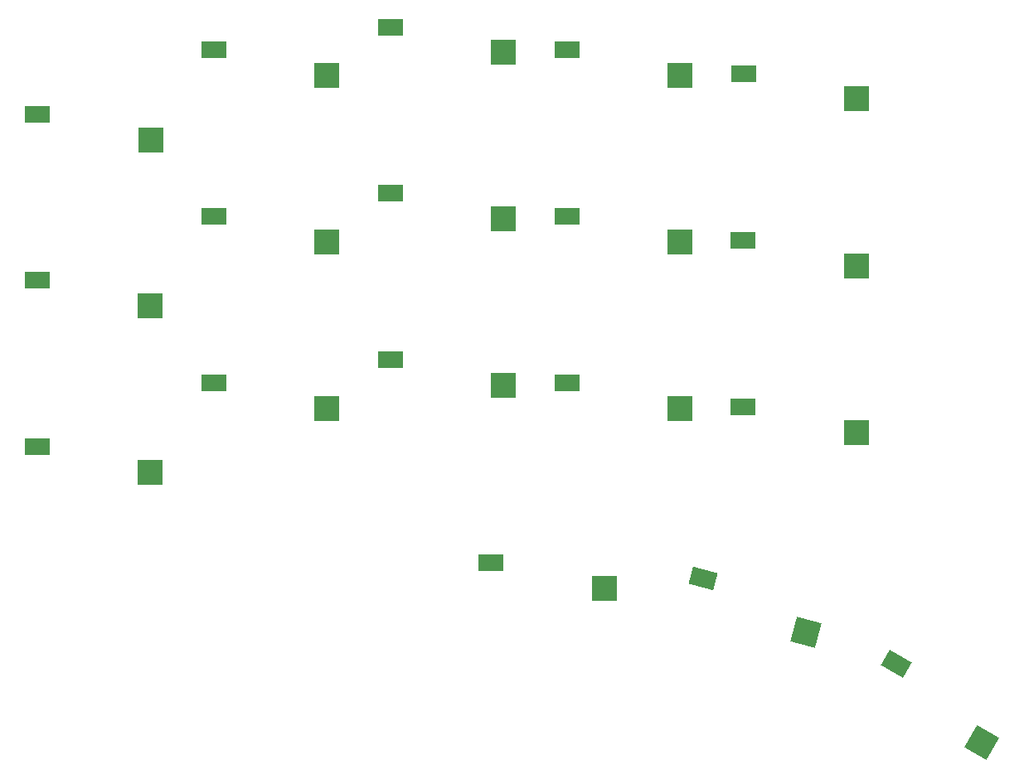
<source format=gbr>
%TF.GenerationSoftware,KiCad,Pcbnew,8.0.4*%
%TF.CreationDate,2024-09-03T01:14:23+07:00*%
%TF.ProjectId,chocowi36,63686f63-6f77-4693-9336-2e6b69636164,rev?*%
%TF.SameCoordinates,Original*%
%TF.FileFunction,Paste,Bot*%
%TF.FilePolarity,Positive*%
%FSLAX46Y46*%
G04 Gerber Fmt 4.6, Leading zero omitted, Abs format (unit mm)*
G04 Created by KiCad (PCBNEW 8.0.4) date 2024-09-03 01:14:23*
%MOMM*%
%LPD*%
G01*
G04 APERTURE LIST*
G04 Aperture macros list*
%AMRotRect*
0 Rectangle, with rotation*
0 The origin of the aperture is its center*
0 $1 length*
0 $2 width*
0 $3 Rotation angle, in degrees counterclockwise*
0 Add horizontal line*
21,1,$1,$2,0,0,$3*%
G04 Aperture macros list end*
%ADD10R,2.600000X1.800000*%
%ADD11R,2.600000X2.600000*%
%ADD12RotRect,2.600000X1.800000X345.000000*%
%ADD13RotRect,2.600000X2.600000X345.000000*%
%ADD14RotRect,2.600000X1.800000X330.000000*%
%ADD15RotRect,2.600000X2.600000X330.000000*%
G04 APERTURE END LIST*
D10*
%TO.C,SW2*%
X82635000Y-59230000D03*
D11*
X94185000Y-61830000D03*
%TD*%
D10*
%TO.C,SW3*%
X100635000Y-52670000D03*
D11*
X112185000Y-55270000D03*
%TD*%
D10*
%TO.C,SW4*%
X118635000Y-50310000D03*
D11*
X130185000Y-52910000D03*
%TD*%
D10*
%TO.C,SW5*%
X136679000Y-52670000D03*
D11*
X148229000Y-55270000D03*
%TD*%
D10*
%TO.C,SW6*%
X154713000Y-55050000D03*
D11*
X166263000Y-57650000D03*
%TD*%
D10*
%TO.C,SW8*%
X82577000Y-76200000D03*
D11*
X94127000Y-78800000D03*
%TD*%
D10*
%TO.C,SW9*%
X100595000Y-69660000D03*
D11*
X112145000Y-72260000D03*
%TD*%
D10*
%TO.C,SW10*%
X118635000Y-67290000D03*
D11*
X130185000Y-69890000D03*
%TD*%
D10*
%TO.C,SW11*%
X136679000Y-69682000D03*
D11*
X148229000Y-72282000D03*
%TD*%
D10*
%TO.C,SW12*%
X154665000Y-72090000D03*
D11*
X166215000Y-74690000D03*
%TD*%
D10*
%TO.C,SW14*%
X82577000Y-93218000D03*
D11*
X94127000Y-95818000D03*
%TD*%
D10*
%TO.C,SW15*%
X100595000Y-86678000D03*
D11*
X112145000Y-89278000D03*
%TD*%
D10*
%TO.C,SW16*%
X118635000Y-84308000D03*
D11*
X130185000Y-86908000D03*
%TD*%
D10*
%TO.C,SW17*%
X136679000Y-86700000D03*
D11*
X148229000Y-89300000D03*
%TD*%
D10*
%TO.C,SW18*%
X154665000Y-89108000D03*
D11*
X166215000Y-91708000D03*
%TD*%
D12*
%TO.C,SW20*%
X150625362Y-106614619D03*
D13*
X161108876Y-112115386D03*
%TD*%
D14*
%TO.C,SW21*%
X170308767Y-115373689D03*
D15*
X179011360Y-123400356D03*
%TD*%
D10*
%TO.C,SW19*%
X128925000Y-105050000D03*
D11*
X140475000Y-107650000D03*
%TD*%
M02*

</source>
